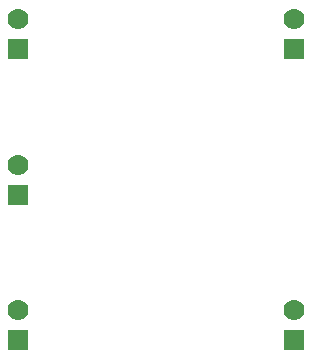
<source format=gbs>
G04*
G04 #@! TF.GenerationSoftware,Altium Limited,Altium Designer,24.9.1 (31)*
G04*
G04 Layer_Color=16711935*
%FSLAX44Y44*%
%MOMM*%
G71*
G04*
G04 #@! TF.SameCoordinates,E9E1D246-21B5-4CF0-A3F4-6B989E9CA9DD*
G04*
G04*
G04 #@! TF.FilePolarity,Negative*
G04*
G01*
G75*
%ADD25C,1.7782*%
%ADD26R,1.7782X1.7782*%
D25*
X269000Y384000D02*
D03*
Y137400D02*
D03*
X35000Y384000D02*
D03*
Y260400D02*
D03*
Y137400D02*
D03*
D26*
X269000Y358600D02*
D03*
Y112000D02*
D03*
X35000Y358600D02*
D03*
Y235000D02*
D03*
Y112000D02*
D03*
M02*

</source>
